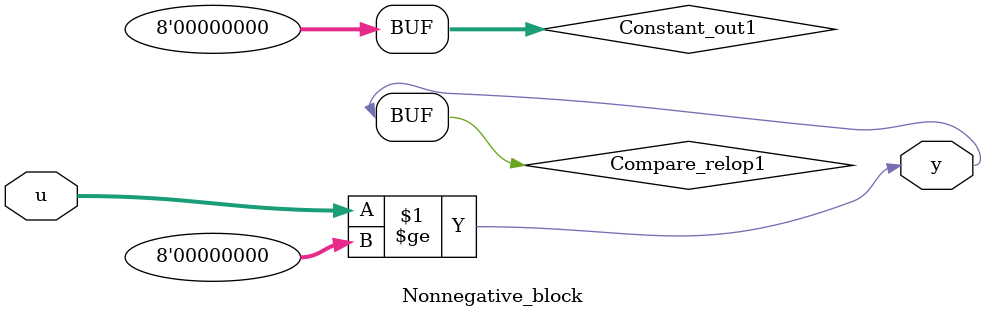
<source format=v>



`timescale 1 ns / 1 ns

module Nonnegative_block
          (u,
           y);


  input   [7:0] u;  // uint8
  output  y;


  wire [7:0] Constant_out1;  // uint8
  wire Compare_relop1;


  assign Constant_out1 = 8'b00000000;



  assign Compare_relop1 = u >= Constant_out1;



  assign y = Compare_relop1;

endmodule  // Nonnegative_block


</source>
